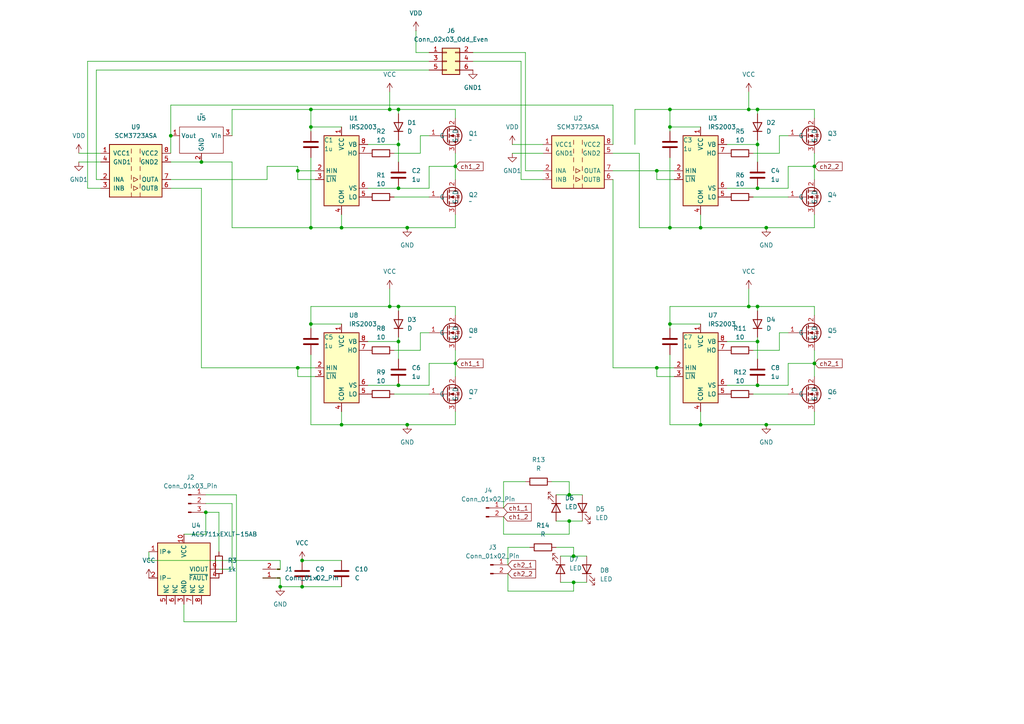
<source format=kicad_sch>
(kicad_sch (version 20250114) (generator "eeschema") (generator_version "9.0")
  (paper "A4")
  (lib_symbols
    (symbol "Connector:Conn_01x02_Pin" (pin_names (offset 1.016) (hide yes))
      (property "Reference" "J" (at 0 2.54 0))
      (property "Value" "Conn_01x02_Pin" (at 0 -5.08 0))
      (symbol "Conn_01x02_Pin_1_1"
        (rectangle (start 0.8636 0.127) (end 0 -0.127) (stroke (width 0.1524)) (fill (type outline)))
        (rectangle (start 0.8636 -2.413) (end 0 -2.667) (stroke (width 0.1524)) (fill (type outline)))
        (polyline (pts (xy 1.27 0) (xy 0.8636 0)) (stroke (width 0.1524)))
        (polyline (pts (xy 1.27 -2.54) (xy 0.8636 -2.54)) (stroke (width 0.1524)))
        (pin passive line (at 5.08 0 180) (length 3.81) (name "Pin_1") (number "1"))
        (pin passive line (at 5.08 -2.54 180) (length 3.81) (name "Pin_2") (number "2"))
      )
    )
    (symbol "Connector:Conn_01x03_Pin" (pin_names (offset 1.016) (hide yes))
      (property "Reference" "J" (at 0 5.08 0))
      (property "Value" "Conn_01x03_Pin" (at 0 -5.08 0))
      (symbol "Conn_01x03_Pin_1_1"
        (rectangle (start 0.8636 2.667) (end 0 2.413) (stroke (width 0.1524)) (fill (type outline)))
        (rectangle (start 0.8636 0.127) (end 0 -0.127) (stroke (width 0.1524)) (fill (type outline)))
        (rectangle (start 0.8636 -2.413) (end 0 -2.667) (stroke (width 0.1524)) (fill (type outline)))
        (polyline (pts (xy 1.27 2.54) (xy 0.8636 2.54)) (stroke (width 0.1524)))
        (polyline (pts (xy 1.27 0) (xy 0.8636 0)) (stroke (width 0.1524)))
        (polyline (pts (xy 1.27 -2.54) (xy 0.8636 -2.54)) (stroke (width 0.1524)))
        (pin passive line (at 5.08 2.54 180) (length 3.81) (name "Pin_1") (number "1"))
        (pin passive line (at 5.08 0 180) (length 3.81) (name "Pin_2") (number "2"))
        (pin passive line (at 5.08 -2.54 180) (length 3.81) (name "Pin_3") (number "3"))
      )
    )
    (symbol "Connector_Generic:Conn_02x03_Odd_Even" (pin_names (offset 1.016) (hide yes))
      (property "Reference" "J" (at 1.27 5.08 0))
      (property "Value" "Conn_02x03_Odd_Even" (at 1.27 -5.08 0))
      (symbol "Conn_02x03_Odd_Even_1_1"
        (rectangle (start -1.27 3.81) (end 3.81 -3.81) (stroke (width 0.254)) (fill (type background)))
        (rectangle (start -1.27 2.667) (end 0 2.413) (stroke (width 0.1524)))
        (rectangle (start -1.27 0.127) (end 0 -0.127) (stroke (width 0.1524)))
        (rectangle (start -1.27 -2.413) (end 0 -2.667) (stroke (width 0.1524)))
        (rectangle (start 3.81 2.667) (end 2.54 2.413) (stroke (width 0.1524)))
        (rectangle (start 3.81 0.127) (end 2.54 -0.127) (stroke (width 0.1524)))
        (rectangle (start 3.81 -2.413) (end 2.54 -2.667) (stroke (width 0.1524)))
        (pin passive line (at -5.08 2.54 0) (length 3.81) (name "Pin_1") (number "1"))
        (pin passive line (at -5.08 0 0) (length 3.81) (name "Pin_3") (number "3"))
        (pin passive line (at -5.08 -2.54 0) (length 3.81) (name "Pin_5") (number "5"))
        (pin passive line (at 7.62 2.54 180) (length 3.81) (name "Pin_2") (number "2"))
        (pin passive line (at 7.62 0 180) (length 3.81) (name "Pin_4") (number "4"))
        (pin passive line (at 7.62 -2.54 180) (length 3.81) (name "Pin_6") (number "6"))
      )
    )
    (symbol "Device:C" (pin_numbers (hide yes)) (pin_names (offset 0.254))
      (property "Reference" "C" (at 0.635 2.54 0))
      (property "Value" "C" (at 0.635 -2.54 0))
      (symbol "C_0_1"
        (polyline (pts (xy -2.032 0.762) (xy 2.032 0.762)) (stroke (width 0.508)))
        (polyline (pts (xy -2.032 -0.762) (xy 2.032 -0.762)) (stroke (width 0.508)))
      )
      (symbol "C_1_1"
        (pin passive line (at 0 3.81 270) (length 2.794) (name "~") (number "1"))
        (pin passive line (at 0 -3.81 90) (length 2.794) (name "~") (number "2"))
      )
    )
    (symbol "Device:D" (pin_numbers (hide yes)) (pin_names (offset 1.016) (hide yes))
      (property "Reference" "D" (at 0 2.54 0))
      (property "Value" "D" (at 0 -2.54 0))
      (symbol "D_0_1"
        (polyline (pts (xy -1.27 1.27) (xy -1.27 -1.27)) (stroke (width 0.254)))
        (polyline (pts (xy 1.27 1.27) (xy 1.27 -1.27) (xy -1.27 0) (xy 1.27 1.27)) (stroke (width 0.254)))
        (polyline (pts (xy 1.27 0) (xy -1.27 0)))
      )
      (symbol "D_1_1"
        (pin passive line (at -3.81 0 0) (length 2.54) (name "K") (number "1"))
        (pin passive line (at 3.81 0 180) (length 2.54) (name "A") (number "2"))
      )
    )
    (symbol "Device:LED" (pin_numbers (hide yes)) (pin_names (offset 1.016) (hide yes))
      (property "Reference" "D" (at 0 2.54 0))
      (property "Value" "LED" (at 0 -2.54 0))
      (symbol "LED_0_1"
        (polyline (pts (xy -3.048 -0.762) (xy -4.572 -2.286) (xy -3.81 -2.286) (xy -4.572 -2.286) (xy -4.572 -1.524)))
        (polyline (pts (xy -1.778 -0.762) (xy -3.302 -2.286) (xy -2.54 -2.286) (xy -3.302 -2.286) (xy -3.302 -1.524)))
        (polyline (pts (xy -1.27 0) (xy 1.27 0)))
        (polyline (pts (xy -1.27 -1.27) (xy -1.27 1.27)) (stroke (width 0.254)))
        (polyline (pts (xy 1.27 -1.27) (xy 1.27 1.27) (xy -1.27 0) (xy 1.27 -1.27)) (stroke (width 0.254)))
      )
      (symbol "LED_1_1"
        (pin passive line (at -3.81 0 0) (length 2.54) (name "K") (number "1"))
        (pin passive line (at 3.81 0 180) (length 2.54) (name "A") (number "2"))
      )
    )
    (symbol "Device:R" (pin_numbers (hide yes)) (pin_names (offset 0))
      (property "Reference" "R" (at 2.032 0 90))
      (property "Value" "R" (at 0 0 90))
      (symbol "R_0_1"
        (rectangle (start -1.016 -2.54) (end 1.016 2.54) (stroke (width 0.254)))
      )
      (symbol "R_1_1"
        (pin passive line (at 0 3.81 270) (length 1.27) (name "~") (number "1"))
        (pin passive line (at 0 -3.81 90) (length 1.27) (name "~") (number "2"))
      )
    )
    (symbol "Driver_FET:IRS2003"
      (property "Reference" "U" (at 1.27 13.335 0))
      (property "Value" "IRS2003" (at 1.27 11.43 0))
      (symbol "IRS2003_0_1"
        (rectangle (start -5.08 -10.16) (end 5.08 10.16) (stroke (width 0.254)) (fill (type background)))
      )
      (symbol "IRS2003_1_1"
        (pin input line (at -7.62 0 0) (length 2.54) (name "HIN") (number "2"))
        (pin input line (at -7.62 -2.54 0) (length 2.54) (name "~{LIN}") (number "3"))
        (pin power_in line (at 0 12.7 270) (length 2.54) (name "VCC") (number "1"))
        (pin power_in line (at 0 -12.7 90) (length 2.54) (name "COM") (number "4"))
        (pin passive line (at 7.62 7.62 180) (length 2.54) (name "VB") (number "8"))
        (pin output line (at 7.62 5.08 180) (length 2.54) (name "HO") (number "7"))
        (pin passive line (at 7.62 -5.08 180) (length 2.54) (name "VS") (number "6"))
        (pin output line (at 7.62 -7.62 180) (length 2.54) (name "LO") (number "5"))
      )
    )
    (symbol "Sensor_Current:ACS711xEXLT-15AB"
      (property "Reference" "U" (at 8.89 6.35 0))
      (property "Value" "ACS711xEXLT-15AB" (at 8.89 3.81 0))
      (symbol "ACS711xEXLT-15AB_0_1"
        (rectangle (start -7.62 7.62) (end 7.62 -7.62) (stroke (width 0.254)) (fill (type background)))
      )
      (symbol "ACS711xEXLT-15AB_1_1"
        (pin passive line (at -10.16 5.08 0) (length 2.54) (name "IP+") (number "1"))
        (pin passive line (at -10.16 -2.54 0) (length 2.54) (name "IP-") (number "2"))
        (pin passive line (at -5.08 -10.16 90) (length 2.54) (name "NC") (number "5"))
        (pin passive line (at -2.54 -10.16 90) (length 2.54) (name "NC") (number "6"))
        (pin power_in line (at 0 10.16 270) (length 2.54) (name "VCC") (number "10"))
        (pin power_in line (at 0 -10.16 90) (length 2.54) (name "GND") (number "3"))
        (pin passive line (at 2.54 -10.16 90) (length 2.54) (name "NC") (number "7"))
        (pin passive line (at 5.08 -10.16 90) (length 2.54) (name "NC") (number "8"))
        (pin output line (at 10.16 0 180) (length 2.54) (name "VIOUT") (number "9"))
        (pin output line (at 10.16 -2.54 180) (length 2.54) (name "~{FAULT}") (number "4"))
      )
    )
    (symbol "jisaku:NJM78L00SU3"
      (property "Reference" "U" (at 0 1.016 0))
      (symbol "NJM78L00SU3_0_1"
        (rectangle (start -6.35 2.54) (end 6.35 -5.08))
      )
      (symbol "NJM78L00SU3_1_1"
        (pin input line (at -8.89 0 0) (length 2.54) (name "Vin") (number "3"))
        (pin input line (at 0 -7.62 90) (length 2.54) (name "GND") (number "2"))
        (pin input line (at 8.89 0 180) (length 2.54) (name "Vout") (number "1"))
      )
    )
    (symbol "jisaku:RD3L07BBG"
      (property "Reference" "Q" (at 6.35 1.016 0))
      (symbol "RD3L07BBG_0_1"
        (polyline (pts (xy -1.016 1.905) (xy -1.016 -1.905)) (stroke (width 0.254)))
        (polyline (pts (xy -1.016 0) (xy -3.81 0)))
        (polyline (pts (xy -0.508 2.286) (xy -0.508 1.27)) (stroke (width 0.254)))
        (polyline (pts (xy -0.508 0.508) (xy -0.508 -0.508)) (stroke (width 0.254)))
        (polyline (pts (xy -0.508 -1.27) (xy -0.508 -2.286)) (stroke (width 0.254)))
        (polyline (pts (xy -0.508 -1.778) (xy 2.032 -1.778) (xy 2.032 1.778) (xy -0.508 1.778)))
        (polyline (pts (xy -0.254 0) (xy 0.762 0.381) (xy 0.762 -0.381) (xy -0.254 0)) (fill (type outline)))
        (circle (center 0.381 0) (radius 2.794) (stroke (width 0.254)))
        (polyline (pts (xy 1.27 2.54) (xy 1.27 1.778)))
        (circle (center 1.27 1.778) (radius 0.254) (fill (type outline)))
        (circle (center 1.27 -1.778) (radius 0.254) (fill (type outline)))
        (polyline (pts (xy 1.27 -2.54) (xy 1.27 0) (xy -0.508 0)))
        (polyline (pts (xy 1.524 0.508) (xy 1.651 0.381) (xy 2.413 0.381) (xy 2.54 0.254)))
        (polyline (pts (xy 2.032 0.381) (xy 1.651 -0.254) (xy 2.413 -0.254) (xy 2.032 0.381)))
      )
      (symbol "RD3L07BBG_1_1"
        (pin input line (at -6.35 0 0) (length 2.54) (name "G") (number "1"))
        (pin passive line (at 1.27 5.08 270) (length 2.54) (name "D") (number "2"))
        (pin passive line (at 1.27 -5.08 90) (length 2.54) (name "S") (number "3"))
      )
    )
    (symbol "jisaku:SCM3723ASA" (pin_names (offset 1.016))
      (property "Reference" "U" (at 0 10.795 0))
      (property "Value" "SCM3723ASA" (at 0 8.89 0))
      (symbol "SCM3723ASA_0_1"
        (rectangle (start -7.62 7.62) (end 7.62 -7.62) (stroke (width 0.254)) (fill (type background)))
        (polyline (pts (xy -1.27 6.35) (xy -1.27 5.08)))
        (polyline (pts (xy -1.27 3.81) (xy -1.27 2.54)))
        (polyline (pts (xy -1.27 1.27) (xy -1.27 0)))
        (polyline (pts (xy -1.27 -1.27) (xy -1.27 -2.54)))
        (polyline (pts (xy -1.27 -3.81) (xy -1.27 -5.08)))
        (polyline (pts (xy -1.27 -6.35) (xy -1.27 -7.62)))
        (polyline (pts (xy -0.635 -1.905) (xy -0.635 -3.175) (xy 0.635 -2.54) (xy -0.635 -1.905)))
        (polyline (pts (xy -0.635 -4.445) (xy -0.635 -5.715) (xy 0.635 -5.08) (xy -0.635 -4.445)))
        (polyline (pts (xy 1.27 6.35) (xy 1.27 5.08)))
        (polyline (pts (xy 1.27 3.81) (xy 1.27 2.54)))
        (polyline (pts (xy 1.27 1.27) (xy 1.27 0)))
        (polyline (pts (xy 1.27 -1.27) (xy 1.27 -2.54)))
        (polyline (pts (xy 1.27 -3.81) (xy 1.27 -5.08)))
        (polyline (pts (xy 1.27 -6.35) (xy 1.27 -7.62)))
      )
      (symbol "SCM3723ASA_1_1"
        (pin power_in line (at -10.16 5.08 0) (length 2.54) (name "VCC1") (number "1"))
        (pin power_in line (at -10.16 2.54 0) (length 2.54) (name "GND1") (number "4"))
        (pin input line (at -10.16 -2.54 0) (length 2.54) (name "INA") (number "2"))
        (pin input line (at -10.16 -5.08 0) (length 2.54) (name "INB") (number "3"))
        (pin power_in line (at 10.16 5.08 180) (length 2.54) (name "VCC2") (number "8"))
        (pin power_in line (at 10.16 2.54 180) (length 2.54) (name "GND2") (number "5"))
        (pin output line (at 10.16 -2.54 180) (length 2.54) (name "OUTA") (number "7"))
        (pin output line (at 10.16 -5.08 180) (length 2.54) (name "OUTB") (number "6"))
      )
    )
    (symbol "power:GND" (power) (pin_numbers (hide yes)) (pin_names (offset 0) (hide yes))
      (property "Value" "GND" (at 0 -3.81 0))
      (symbol "GND_0_1"
        (polyline (pts (xy 0 0) (xy 0 -1.27) (xy 1.27 -1.27) (xy 0 -2.54) (xy -1.27 -1.27) (xy 0 -1.27)))
      )
      (symbol "GND_1_1"
        (pin power_in line (at 0 0 270) (length 0) (name "~") (number "1"))
      )
    )
    (symbol "power:GND1" (power) (pin_numbers (hide yes)) (pin_names (offset 0) (hide yes))
      (property "Value" "GND1" (at 0 -3.81 0))
      (symbol "GND1_0_1"
        (polyline (pts (xy 0 0) (xy 0 -1.27) (xy 1.27 -1.27) (xy 0 -2.54) (xy -1.27 -1.27) (xy 0 -1.27)))
      )
      (symbol "GND1_1_1"
        (pin power_in line (at 0 0 270) (length 0) (name "~") (number "1"))
      )
    )
    (symbol "power:VCC" (power) (pin_numbers (hide yes)) (pin_names (offset 0) (hide yes))
      (property "Value" "VCC" (at 0 3.556 0))
      (symbol "VCC_0_1"
        (polyline (pts (xy -0.762 1.27) (xy 0 2.54)))
        (polyline (pts (xy 0 2.54) (xy 0.762 1.27)))
        (polyline (pts (xy 0 0) (xy 0 2.54)))
      )
      (symbol "VCC_1_1"
        (pin power_in line (at 0 0 90) (length 0) (name "~") (number "1"))
      )
    )
    (symbol "power:VDD" (power) (pin_numbers (hide yes)) (pin_names (offset 0) (hide yes))
      (property "Value" "VDD" (at 0 3.556 0))
      (symbol "VDD_0_1"
        (polyline (pts (xy -0.762 1.27) (xy 0 2.54)))
        (polyline (pts (xy 0 2.54) (xy 0.762 1.27)))
        (polyline (pts (xy 0 0) (xy 0 2.54)))
      )
      (symbol "VDD_1_1"
        (pin power_in line (at 0 0 90) (length 0) (name "~") (number "1"))
      )
    )
  )
  (junction (at 222.25 66.04))
  (junction (at 115.57 31.75))
  (junction (at 194.31 36.83))
  (junction (at 90.17 36.83))
  (junction (at 118.11 66.04))
  (junction (at 115.57 41.91))
  (junction (at 219.71 41.91))
  (junction (at 222.25 123.19))
  (junction (at 194.31 93.98))
  (junction (at 132.08 105.41))
  (junction (at 132.08 48.26))
  (junction (at 219.71 54.61))
  (junction (at 58.42 46.99))
  (junction (at 219.71 99.06))
  (junction (at 165.1 143.51))
  (junction (at 219.71 111.76))
  (junction (at 81.28 170.18))
  (junction (at 90.17 93.98))
  (junction (at 203.2 66.04))
  (junction (at 86.36 106.68))
  (junction (at 219.71 31.75))
  (junction (at 87.63 170.18))
  (junction (at 90.17 31.75))
  (junction (at 203.2 123.19))
  (junction (at 217.17 88.9))
  (junction (at 86.36 49.53))
  (junction (at 236.22 48.26))
  (junction (at 49.53 39.37))
  (junction (at 115.57 111.76))
  (junction (at 194.31 66.04))
  (junction (at 99.06 66.04))
  (junction (at 166.37 168.91))
  (junction (at 194.31 31.75))
  (junction (at 165.1 151.13))
  (junction (at 115.57 88.9))
  (junction (at 118.11 123.19))
  (junction (at 113.03 31.75))
  (junction (at 113.03 88.9))
  (junction (at 59.69 148.59))
  (junction (at 236.22 105.41))
  (junction (at 99.06 123.19))
  (junction (at 115.57 54.61))
  (junction (at 90.17 66.04))
  (junction (at 115.57 99.06))
  (junction (at 219.71 88.9))
  (junction (at 190.5 49.53))
  (junction (at 217.17 31.75))
  (junction (at 87.63 162.56))
  (junction (at 166.37 161.29))
  (junction (at 190.5 106.68))
  (wire (pts (xy 152.4 49.53) (xy 152.4 15.24)))
  (wire (pts (xy 22.86 46.99) (xy 29.21 46.99)))
  (wire (pts (xy 148.59 44.45) (xy 157.48 44.45)))
  (wire (pts (xy 219.71 88.9) (xy 236.22 88.9)))
  (wire (pts (xy 185.42 44.45) (xy 185.42 66.04)))
  (wire (pts (xy 68.58 180.34) (xy 53.34 180.34)))
  (wire (pts (xy 90.17 93.98) (xy 90.17 95.25)))
  (wire (pts (xy 177.8 52.07) (xy 177.8 106.68)))
  (wire (pts (xy 106.68 99.06) (xy 115.57 99.06)))
  (wire (pts (xy 147.32 158.75) (xy 153.67 158.75)))
  (wire (pts (xy 217.17 88.9) (xy 219.71 88.9)))
  (wire (pts (xy 81.28 167.64) (xy 81.28 170.18)))
  (wire (pts (xy 219.71 41.91) (xy 219.71 46.99)))
  (wire (pts (xy 177.8 41.91) (xy 177.8 30.48)))
  (wire (pts (xy 194.31 93.98) (xy 194.31 88.9)))
  (wire (pts (xy 53.34 180.34) (xy 53.34 175.26)))
  (wire (pts (xy 157.48 49.53) (xy 152.4 49.53)))
  (wire (pts (xy 161.29 158.75) (xy 166.37 158.75)))
  (wire (pts (xy 177.8 106.68) (xy 190.5 106.68)))
  (wire (pts (xy 166.37 161.29) (xy 170.18 161.29)))
  (wire (pts (xy 99.06 66.04) (xy 99.06 62.23)))
  (wire (pts (xy 203.2 123.19) (xy 203.2 119.38)))
  (wire (pts (xy 43.18 162.56) (xy 81.28 162.56)))
  (wire (pts (xy 190.5 106.68) (xy 195.58 106.68)))
  (wire (pts (xy 184.15 41.91) (xy 184.15 31.75)))
  (wire (pts (xy 236.22 31.75) (xy 236.22 34.29)))
  (wire (pts (xy 194.31 88.9) (xy 217.17 88.9)))
  (wire (pts (xy 162.56 161.29) (xy 166.37 161.29)))
  (wire (pts (xy 226.06 39.37) (xy 228.6 39.37)))
  (wire (pts (xy 210.82 111.76) (xy 219.71 111.76)))
  (wire (pts (xy 203.2 66.04) (xy 203.2 62.23)))
  (wire (pts (xy 151.13 17.78) (xy 151.13 52.07)))
  (wire (pts (xy 59.69 143.51) (xy 68.58 143.51)))
  (wire (pts (xy 190.5 49.53) (xy 190.5 52.07)))
  (wire (pts (xy 124.46 111.76) (xy 124.46 105.41)))
  (wire (pts (xy 49.53 39.37) (xy 49.53 44.45)))
  (wire (pts (xy 161.29 143.51) (xy 165.1 143.51)))
  (wire (pts (xy 236.22 105.41) (xy 236.22 109.22)))
  (wire (pts (xy 58.42 106.68) (xy 86.36 106.68)))
  (wire (pts (xy 132.08 66.04) (xy 118.11 66.04)))
  (wire (pts (xy 236.22 119.38) (xy 236.22 123.19)))
  (wire (pts (xy 63.5 148.59) (xy 63.5 160.02)))
  (wire (pts (xy 165.1 154.94) (xy 146.05 154.94)))
  (wire (pts (xy 67.31 31.75) (xy 67.31 39.37)))
  (wire (pts (xy 210.82 54.61) (xy 219.71 54.61)))
  (wire (pts (xy 113.03 88.9) (xy 113.03 83.82)))
  (wire (pts (xy 194.31 36.83) (xy 203.2 36.83)))
  (wire (pts (xy 58.42 106.68) (xy 58.42 54.61)))
  (wire (pts (xy 90.17 93.98) (xy 99.06 93.98)))
  (wire (pts (xy 90.17 93.98) (xy 90.17 88.9)))
  (wire (pts (xy 90.17 36.83) (xy 90.17 38.1)))
  (wire (pts (xy 106.68 54.61) (xy 115.57 54.61)))
  (wire (pts (xy 219.71 33.02) (xy 219.71 31.75)))
  (wire (pts (xy 165.1 139.7) (xy 165.1 143.51)))
  (wire (pts (xy 77.47 52.07) (xy 77.47 48.26)))
  (wire (pts (xy 87.63 170.18) (xy 99.06 170.18)))
  (wire (pts (xy 217.17 31.75) (xy 219.71 31.75)))
  (wire (pts (xy 228.6 111.76) (xy 228.6 105.41)))
  (wire (pts (xy 236.22 62.23) (xy 236.22 66.04)))
  (wire (pts (xy 236.22 48.26) (xy 236.22 52.07)))
  (wire (pts (xy 115.57 31.75) (xy 132.08 31.75)))
  (wire (pts (xy 124.46 20.32) (xy 27.94 20.32)))
  (wire (pts (xy 194.31 66.04) (xy 203.2 66.04)))
  (wire (pts (xy 120.65 15.24) (xy 124.46 15.24)))
  (wire (pts (xy 118.11 123.19) (xy 99.06 123.19)))
  (wire (pts (xy 194.31 36.83) (xy 194.31 38.1)))
  (wire (pts (xy 90.17 36.83) (xy 90.17 31.75)))
  (wire (pts (xy 86.36 106.68) (xy 86.36 109.22)))
  (wire (pts (xy 25.4 17.78) (xy 124.46 17.78)))
  (wire (pts (xy 115.57 111.76) (xy 124.46 111.76)))
  (wire (pts (xy 115.57 40.64) (xy 115.57 41.91)))
  (wire (pts (xy 218.44 101.6) (xy 226.06 101.6)))
  (wire (pts (xy 67.31 146.05) (xy 67.31 165.1)))
  (wire (pts (xy 86.36 52.07) (xy 91.44 52.07)))
  (wire (pts (xy 59.69 154.94) (xy 53.34 154.94)))
  (wire (pts (xy 113.03 31.75) (xy 113.03 26.67)))
  (wire (pts (xy 58.42 54.61) (xy 49.53 54.61)))
  (wire (pts (xy 194.31 93.98) (xy 203.2 93.98)))
  (wire (pts (xy 121.92 39.37) (xy 124.46 39.37)))
  (wire (pts (xy 86.36 48.26) (xy 86.36 49.53)))
  (wire (pts (xy 165.1 151.13) (xy 165.1 154.94)))
  (wire (pts (xy 236.22 88.9) (xy 236.22 91.44)))
  (wire (pts (xy 219.71 40.64) (xy 219.71 41.91)))
  (wire (pts (xy 68.58 143.51) (xy 68.58 180.34)))
  (wire (pts (xy 226.06 96.52) (xy 226.06 101.6)))
  (wire (pts (xy 161.29 151.13) (xy 165.1 151.13)))
  (wire (pts (xy 162.56 168.91) (xy 166.37 168.91)))
  (wire (pts (xy 219.71 111.76) (xy 228.6 111.76)))
  (wire (pts (xy 27.94 52.07) (xy 29.21 52.07)))
  (wire (pts (xy 222.25 66.04) (xy 203.2 66.04)))
  (wire (pts (xy 236.22 101.6) (xy 236.22 105.41)))
  (wire (pts (xy 190.5 52.07) (xy 195.58 52.07)))
  (wire (pts (xy 124.46 48.26) (xy 132.08 48.26)))
  (wire (pts (xy 177.8 44.45) (xy 185.42 44.45)))
  (wire (pts (xy 121.92 39.37) (xy 121.92 44.45)))
  (wire (pts (xy 228.6 48.26) (xy 236.22 48.26)))
  (wire (pts (xy 147.32 163.83) (xy 147.32 158.75)))
  (wire (pts (xy 132.08 119.38) (xy 132.08 123.19)))
  (wire (pts (xy 236.22 44.45) (xy 236.22 48.26)))
  (wire (pts (xy 106.68 41.91) (xy 115.57 41.91)))
  (wire (pts (xy 219.71 97.79) (xy 219.71 99.06)))
  (wire (pts (xy 194.31 31.75) (xy 217.17 31.75)))
  (wire (pts (xy 67.31 165.1) (xy 63.5 165.1)))
  (wire (pts (xy 132.08 105.41) (xy 132.08 109.22)))
  (wire (pts (xy 77.47 48.26) (xy 86.36 48.26)))
  (wire (pts (xy 148.59 41.91) (xy 157.48 41.91)))
  (wire (pts (xy 81.28 162.56) (xy 81.28 165.1)))
  (wire (pts (xy 147.32 171.45) (xy 147.32 166.37)))
  (wire (pts (xy 210.82 41.91) (xy 219.71 41.91)))
  (wire (pts (xy 160.02 139.7) (xy 165.1 139.7)))
  (wire (pts (xy 49.53 30.48) (xy 49.53 39.37)))
  (wire (pts (xy 25.4 54.61) (xy 25.4 17.78)))
  (wire (pts (xy 22.86 44.45) (xy 29.21 44.45)))
  (wire (pts (xy 194.31 36.83) (xy 194.31 31.75)))
  (wire (pts (xy 76.2 165.1) (xy 81.28 165.1)))
  (wire (pts (xy 115.57 41.91) (xy 115.57 46.99)))
  (wire (pts (xy 132.08 88.9) (xy 132.08 91.44)))
  (wire (pts (xy 59.69 146.05) (xy 67.31 146.05)))
  (wire (pts (xy 86.36 49.53) (xy 86.36 52.07)))
  (wire (pts (xy 194.31 102.87) (xy 194.31 123.19)))
  (wire (pts (xy 115.57 33.02) (xy 115.57 31.75)))
  (wire (pts (xy 132.08 44.45) (xy 132.08 48.26)))
  (wire (pts (xy 177.8 49.53) (xy 190.5 49.53)))
  (wire (pts (xy 114.3 101.6) (xy 121.92 101.6)))
  (wire (pts (xy 90.17 88.9) (xy 113.03 88.9)))
  (wire (pts (xy 114.3 57.15) (xy 124.46 57.15)))
  (wire (pts (xy 228.6 54.61) (xy 228.6 48.26)))
  (wire (pts (xy 132.08 31.75) (xy 132.08 34.29)))
  (wire (pts (xy 49.53 52.07) (xy 77.47 52.07)))
  (wire (pts (xy 115.57 88.9) (xy 132.08 88.9)))
  (wire (pts (xy 194.31 93.98) (xy 194.31 95.25)))
  (wire (pts (xy 90.17 31.75) (xy 113.03 31.75)))
  (wire (pts (xy 58.42 46.99) (xy 67.31 46.99)))
  (wire (pts (xy 90.17 66.04) (xy 99.06 66.04)))
  (wire (pts (xy 115.57 99.06) (xy 115.57 104.14)))
  (wire (pts (xy 210.82 99.06) (xy 219.71 99.06)))
  (wire (pts (xy 219.71 31.75) (xy 236.22 31.75)))
  (wire (pts (xy 43.18 160.02) (xy 43.18 162.56)))
  (wire (pts (xy 222.25 123.19) (xy 203.2 123.19)))
  (wire (pts (xy 67.31 66.04) (xy 90.17 66.04)))
  (wire (pts (xy 115.57 54.61) (xy 124.46 54.61)))
  (wire (pts (xy 217.17 31.75) (xy 217.17 26.67)))
  (wire (pts (xy 59.69 148.59) (xy 59.69 154.94)))
  (wire (pts (xy 67.31 46.99) (xy 67.31 66.04)))
  (wire (pts (xy 124.46 54.61) (xy 124.46 48.26)))
  (wire (pts (xy 177.8 30.48) (xy 49.53 30.48)))
  (wire (pts (xy 194.31 45.72) (xy 194.31 66.04)))
  (wire (pts (xy 190.5 109.22) (xy 195.58 109.22)))
  (wire (pts (xy 226.06 96.52) (xy 228.6 96.52)))
  (wire (pts (xy 81.28 170.18) (xy 87.63 170.18)))
  (wire (pts (xy 59.69 148.59) (xy 63.5 148.59)))
  (wire (pts (xy 218.44 57.15) (xy 228.6 57.15)))
  (wire (pts (xy 49.53 46.99) (xy 58.42 46.99)))
  (wire (pts (xy 218.44 114.3) (xy 228.6 114.3)))
  (wire (pts (xy 151.13 52.07) (xy 157.48 52.07)))
  (wire (pts (xy 190.5 49.53) (xy 195.58 49.53)))
  (wire (pts (xy 219.71 99.06) (xy 219.71 104.14)))
  (wire (pts (xy 166.37 168.91) (xy 166.37 171.45)))
  (wire (pts (xy 132.08 101.6) (xy 132.08 105.41)))
  (wire (pts (xy 132.08 123.19) (xy 118.11 123.19)))
  (wire (pts (xy 115.57 90.17) (xy 115.57 88.9)))
  (wire (pts (xy 137.16 15.24) (xy 152.4 15.24)))
  (wire (pts (xy 106.68 111.76) (xy 115.57 111.76)))
  (wire (pts (xy 29.21 54.61) (xy 25.4 54.61)))
  (wire (pts (xy 121.92 96.52) (xy 121.92 101.6)))
  (wire (pts (xy 236.22 66.04) (xy 222.25 66.04)))
  (wire (pts (xy 226.06 39.37) (xy 226.06 44.45)))
  (wire (pts (xy 76.2 167.64) (xy 81.28 167.64)))
  (wire (pts (xy 120.65 8.89) (xy 120.65 15.24)))
  (wire (pts (xy 90.17 36.83) (xy 99.06 36.83)))
  (wire (pts (xy 217.17 88.9) (xy 217.17 83.82)))
  (wire (pts (xy 165.1 151.13) (xy 168.91 151.13)))
  (wire (pts (xy 86.36 109.22) (xy 91.44 109.22)))
  (wire (pts (xy 219.71 54.61) (xy 228.6 54.61)))
  (wire (pts (xy 113.03 31.75) (xy 115.57 31.75)))
  (wire (pts (xy 132.08 48.26) (xy 132.08 52.07)))
  (wire (pts (xy 121.92 96.52) (xy 124.46 96.52)))
  (wire (pts (xy 166.37 168.91) (xy 170.18 168.91)))
  (wire (pts (xy 124.46 105.41) (xy 132.08 105.41)))
  (wire (pts (xy 86.36 49.53) (xy 91.44 49.53)))
  (wire (pts (xy 184.15 31.75) (xy 194.31 31.75)))
  (wire (pts (xy 146.05 149.86) (xy 146.05 154.94)))
  (wire (pts (xy 166.37 171.45) (xy 147.32 171.45)))
  (wire (pts (xy 236.22 123.19) (xy 222.25 123.19)))
  (wire (pts (xy 146.05 139.7) (xy 152.4 139.7)))
  (wire (pts (xy 99.06 123.19) (xy 99.06 119.38)))
  (wire (pts (xy 218.44 44.45) (xy 226.06 44.45)))
  (wire (pts (xy 219.71 90.17) (xy 219.71 88.9)))
  (wire (pts (xy 27.94 20.32) (xy 27.94 52.07)))
  (wire (pts (xy 90.17 102.87) (xy 90.17 123.19)))
  (wire (pts (xy 114.3 114.3) (xy 124.46 114.3)))
  (wire (pts (xy 113.03 88.9) (xy 115.57 88.9)))
  (wire (pts (xy 67.31 31.75) (xy 90.17 31.75)))
  (wire (pts (xy 87.63 162.56) (xy 99.06 162.56)))
  (wire (pts (xy 132.08 62.23) (xy 132.08 66.04)))
  (wire (pts (xy 194.31 123.19) (xy 203.2 123.19)))
  (wire (pts (xy 114.3 44.45) (xy 121.92 44.45)))
  (wire (pts (xy 86.36 106.68) (xy 91.44 106.68)))
  (wire (pts (xy 190.5 106.68) (xy 190.5 109.22)))
  (wire (pts (xy 228.6 105.41) (xy 236.22 105.41)))
  (wire (pts (xy 166.37 158.75) (xy 166.37 161.29)))
  (wire (pts (xy 90.17 45.72) (xy 90.17 66.04)))
  (wire (pts (xy 115.57 97.79) (xy 115.57 99.06)))
  (wire (pts (xy 90.17 123.19) (xy 99.06 123.19)))
  (wire (pts (xy 137.16 17.78) (xy 151.13 17.78)))
  (wire (pts (xy 118.11 66.04) (xy 99.06 66.04)))
  (wire (pts (xy 165.1 143.51) (xy 168.91 143.51)))
  (wire (pts (xy 185.42 66.04) (xy 194.31 66.04)))
  (wire (pts (xy 146.05 147.32) (xy 146.05 139.7)))
  (global_label "ch2_1" (shape input) (at 236.22 105.41 0) (property "Intersheetrefs" "${INTERSHEET_REFS}" (effects (hide yes))))
  (global_label "ch1_1" (shape input) (at 146.05 147.32 0) (property "Intersheetrefs" "${INTERSHEET_REFS}" (effects (hide yes))))
  (global_label "ch2_2" (shape input) (at 236.22 48.26 0) (property "Intersheetrefs" "${INTERSHEET_REFS}" (effects (hide yes))))
  (global_label "ch2_1" (shape input) (at 147.32 163.83 0) (property "Intersheetrefs" "${INTERSHEET_REFS}" (effects (hide yes))))
  (global_label "ch1_1" (shape input) (at 132.08 105.41 0) (property "Intersheetrefs" "${INTERSHEET_REFS}" (effects (hide yes))))
  (global_label "ch1_2" (shape input) (at 146.05 149.86 0) (property "Intersheetrefs" "${INTERSHEET_REFS}" (effects (hide yes))))
  (global_label "ch2_2" (shape input) (at 147.32 166.37 0) (property "Intersheetrefs" "${INTERSHEET_REFS}" (effects (hide yes))))
  (global_label "ch1_2" (shape input) (at 132.08 48.26 0) (property "Intersheetrefs" "${INTERSHEET_REFS}" (effects (hide yes))))
  (symbol (lib_id "Device:R") (at 214.63 114.3 90) (unit 1)
    (property "Reference" "R12" (at 214.63 107.95 90))
    (property "Value" "10" (at 214.63 110.49 90))
    (property "Footprint" "Resistor_SMD:R_0603_1608Metric_Pad0.98x0.95mm_HandSolder" (effects (hide yes)))
    (property "Description" "Resistor" (effects (hide yes)))
  )
  (symbol (lib_id "Driver_FET:IRS2003") (at 203.2 49.53 0) (unit 1)
    (property "Reference" "U3" (at 205.3433 34.29 0) (effects (justify left)))
    (property "Value" "IRS2003" (at 205.3433 36.83 0) (effects (justify left)))
    (property "Footprint" "Package_SO:SOIC-8_3.9x4.9mm_P1.27mm" (effects (hide yes)))
    (property "Datasheet" "https://www.infineon.com/dgdl/irs2003pbf.pdf?fileId=5546d462533600a401535675afec2780" (effects (hide yes)))
    (property "Description" "Half-Bridge Driver, 200V, 290/600mA, PDIP-8/SOIC-8" (effects (hide yes)))
  )
  (symbol (lib_id "Device:R") (at 110.49 57.15 90) (unit 1)
    (property "Reference" "R1" (at 110.49 50.8 90))
    (property "Value" "10" (at 110.49 53.34 90))
    (property "Footprint" "Resistor_SMD:R_0603_1608Metric_Pad0.98x0.95mm_HandSolder" (effects (hide yes)))
    (property "Description" "Resistor" (effects (hide yes)))
  )
  (symbol (lib_id "power:GND1") (at 22.86 46.99 0) (unit 1)
    (property "Reference" "#PWR016" (effects (hide yes)))
    (property "Value" "GND1" (at 22.86 52.07 0))
    (property "Description" "Power symbol creates a global label with name \"GND1\" , ground" (effects (hide yes)))
  )
  (symbol (lib_id "jisaku:SCM3723ASA") (at 39.37 49.53 0) (unit 1)
    (property "Reference" "U9" (at 39.37 36.83 0))
    (property "Value" "SCM3723ASA" (at 39.37 39.37 0))
    (property "Footprint" "Package_SO:SOIC-8_3.9x4.9mm_P1.27mm" (effects (hide yes)))
    (property "Datasheet" "http://www.ti.com/general/docs/lit/getliterature.tsp?genericPartNumber=iso7320c&fileType=pdf" (effects (hide yes)))
    (property "Description" "Low Power Dual-Channel 2/0 Digital Isolator, 25Mbps 33ns, Fail-Safe High, SO8" (effects (hide yes)))
  )
  (symbol (lib_id "Device:R") (at 214.63 57.15 90) (unit 1)
    (property "Reference" "R6" (at 214.63 50.8 90))
    (property "Value" "10" (at 214.63 53.34 90))
    (property "Footprint" "Resistor_SMD:R_0603_1608Metric_Pad0.98x0.95mm_HandSolder" (effects (hide yes)))
    (property "Description" "Resistor" (effects (hide yes)))
  )
  (symbol (lib_id "power:VCC") (at 217.17 83.82 0) (unit 1)
    (property "Reference" "#PWR011" (effects (hide yes)))
    (property "Value" "VCC" (at 217.17 78.74 0))
    (property "Description" "Power symbol creates a global label with name \"VCC\"" (effects (hide yes)))
  )
  (symbol (lib_id "Device:D") (at 219.71 93.98 90) (unit 1)
    (property "Reference" "D4" (at 222.25 92.7099 90) (effects (justify right)))
    (property "Value" "D" (at 222.25 95.2499 90) (effects (justify right)))
    (property "Footprint" "Diode_SMD:D_SOD-323F" (effects (hide yes)))
    (property "Description" "Diode" (effects (hide yes)))
    (property "Sim.Device" "D" (effects (hide yes)))
    (property "Sim.Pins" "1=K 2=A" (effects (hide yes)))
  )
  (symbol (lib_id "Connector:Conn_01x02_Pin") (at 142.24 163.83 0) (unit 1)
    (property "Reference" "J3" (at 142.875 158.75 0))
    (property "Value" "Conn_01x02_Pin" (at 142.875 161.29 0))
    (property "Footprint" "Connector_AMASS:AMASS_XT30PW-M_1x02_P2.50mm_Horizontal" (effects (hide yes)))
    (property "Description" "Generic connector, single row, 01x02, script generated" (effects (hide yes)))
  )
  (symbol (lib_id "Device:R") (at 110.49 114.3 90) (unit 1)
    (property "Reference" "R9" (at 110.49 107.95 90))
    (property "Value" "10" (at 110.49 110.49 90))
    (property "Footprint" "Resistor_SMD:R_0603_1608Metric_Pad0.98x0.95mm_HandSolder" (effects (hide yes)))
    (property "Description" "Resistor" (effects (hide yes)))
  )
  (symbol (lib_id "Device:C") (at 194.31 99.06 0) (unit 1)
    (property "Reference" "C7" (at 198.12 97.7899 0) (effects (justify left)))
    (property "Value" "1u" (at 198.12 100.3299 0) (effects (justify left)))
    (property "Footprint" "Capacitor_SMD:C_0603_1608Metric" (effects (hide yes)))
    (property "Description" "Unpolarized capacitor" (effects (hide yes)))
  )
  (symbol (lib_id "Driver_FET:IRS2003") (at 203.2 106.68 0) (unit 1)
    (property "Reference" "U7" (at 205.3433 91.44 0) (effects (justify left)))
    (property "Value" "IRS2003" (at 205.3433 93.98 0) (effects (justify left)))
    (property "Footprint" "Package_SO:SOIC-8_3.9x4.9mm_P1.27mm" (effects (hide yes)))
    (property "Datasheet" "https://www.infineon.com/dgdl/irs2003pbf.pdf?fileId=5546d462533600a401535675afec2780" (effects (hide yes)))
    (property "Description" "Half-Bridge Driver, 200V, 290/600mA, PDIP-8/SOIC-8" (effects (hide yes)))
  )
  (symbol (lib_id "power:GND") (at 81.28 170.18 0) (unit 1)
    (property "Reference" "#PWR014" (effects (hide yes)))
    (property "Value" "GND" (at 81.28 175.26 0))
    (property "Description" "Power symbol creates a global label with name \"GND\" , ground" (effects (hide yes)))
  )
  (symbol (lib_id "Device:LED") (at 161.29 147.32 270) (unit 1)
    (property "Reference" "D6" (at 163.83 144.4624 90) (effects (justify left)))
    (property "Value" "LED" (at 163.83 147.0024 90) (effects (justify left)))
    (property "Footprint" "LED_SMD:LED_0603_1608Metric_Pad1.05x0.95mm_HandSolder" (effects (hide yes)))
    (property "Description" "Light emitting diode" (effects (hide yes)))
    (property "Sim.Pins" "1=K 2=A" (effects (hide yes)))
  )
  (symbol (lib_id "Device:LED") (at 170.18 165.1 90) (unit 1)
    (property "Reference" "D8" (at 173.99 165.4174 90) (effects (justify right)))
    (property "Value" "LED" (at 173.99 167.9574 90) (effects (justify right)))
    (property "Footprint" "LED_SMD:LED_0603_1608Metric_Pad1.05x0.95mm_HandSolder" (effects (hide yes)))
    (property "Description" "Light emitting diode" (effects (hide yes)))
    (property "Sim.Pins" "1=K 2=A" (effects (hide yes)))
  )
  (symbol (lib_id "Device:D") (at 115.57 36.83 90) (unit 1)
    (property "Reference" "D1" (at 118.11 35.5599 90) (effects (justify right)))
    (property "Value" "D" (at 118.11 38.0999 90) (effects (justify right)))
    (property "Footprint" "Diode_SMD:D_SOD-323F" (effects (hide yes)))
    (property "Description" "Diode" (effects (hide yes)))
    (property "Sim.Device" "D" (effects (hide yes)))
    (property "Sim.Pins" "1=K 2=A" (effects (hide yes)))
  )
  (symbol (lib_id "jisaku:RD3L07BBG") (at 130.81 57.15 0) (unit 1)
    (property "Reference" "Q2" (at 135.89 56.5149 0) (effects (justify left)))
    (property "Value" "~" (at 135.89 58.42 0) (effects (justify left)))
    (property "Footprint" "jisaku:RD3L07BBG" (effects (hide yes)))
  )
  (symbol (lib_id "Driver_FET:IRS2003") (at 99.06 49.53 0) (unit 1)
    (property "Reference" "U1" (at 101.2033 34.29 0) (effects (justify left)))
    (property "Value" "IRS2003" (at 101.2033 36.83 0) (effects (justify left)))
    (property "Footprint" "Package_SO:SOIC-8_3.9x4.9mm_P1.27mm" (effects (hide yes)))
    (property "Datasheet" "https://www.infineon.com/dgdl/irs2003pbf.pdf?fileId=5546d462533600a401535675afec2780" (effects (hide yes)))
    (property "Description" "Half-Bridge Driver, 200V, 290/600mA, PDIP-8/SOIC-8" (effects (hide yes)))
  )
  (symbol (lib_id "power:VDD") (at 22.86 44.45 0) (unit 1)
    (property "Reference" "#PWR09" (effects (hide yes)))
    (property "Value" "VDD" (at 22.86 39.37 0))
    (property "Description" "Power symbol creates a global label with name \"VDD\"" (effects (hide yes)))
  )
  (symbol (lib_id "jisaku:RD3L07BBG") (at 130.81 39.37 0) (unit 1)
    (property "Reference" "Q1" (at 135.89 38.7349 0) (effects (justify left)))
    (property "Value" "~" (at 135.89 40.64 0) (effects (justify left)))
    (property "Footprint" "jisaku:RD3L07BBG" (effects (hide yes)))
  )
  (symbol (lib_id "Device:LED") (at 168.91 147.32 90) (unit 1)
    (property "Reference" "D5" (at 172.72 147.6374 90) (effects (justify right)))
    (property "Value" "LED" (at 172.72 150.1774 90) (effects (justify right)))
    (property "Footprint" "LED_SMD:LED_0603_1608Metric_Pad1.05x0.95mm_HandSolder" (effects (hide yes)))
    (property "Description" "Light emitting diode" (effects (hide yes)))
    (property "Sim.Pins" "1=K 2=A" (effects (hide yes)))
  )
  (symbol (lib_id "Device:R") (at 214.63 101.6 90) (unit 1)
    (property "Reference" "R11" (at 214.63 95.25 90))
    (property "Value" "10" (at 214.63 97.79 90))
    (property "Footprint" "Resistor_SMD:R_0603_1608Metric_Pad0.98x0.95mm_HandSolder" (effects (hide yes)))
    (property "Description" "Resistor" (effects (hide yes)))
  )
  (symbol (lib_id "jisaku:RD3L07BBG") (at 130.81 114.3 0) (unit 1)
    (property "Reference" "Q7" (at 135.89 113.6649 0) (effects (justify left)))
    (property "Value" "~" (at 135.89 115.57 0) (effects (justify left)))
    (property "Footprint" "jisaku:RD3L07BBG" (effects (hide yes)))
  )
  (symbol (lib_id "power:GND") (at 118.11 123.19 0) (unit 1)
    (property "Reference" "#PWR08" (effects (hide yes)))
    (property "Value" "GND" (at 118.11 128.27 0))
    (property "Description" "Power symbol creates a global label with name \"GND\" , ground" (effects (hide yes)))
  )
  (symbol (lib_id "Driver_FET:IRS2003") (at 99.06 106.68 0) (unit 1)
    (property "Reference" "U8" (at 101.2033 91.44 0) (effects (justify left)))
    (property "Value" "IRS2003" (at 101.2033 93.98 0) (effects (justify left)))
    (property "Footprint" "Package_SO:SOIC-8_3.9x4.9mm_P1.27mm" (effects (hide yes)))
    (property "Datasheet" "https://www.infineon.com/dgdl/irs2003pbf.pdf?fileId=5546d462533600a401535675afec2780" (effects (hide yes)))
    (property "Description" "Half-Bridge Driver, 200V, 290/600mA, PDIP-8/SOIC-8" (effects (hide yes)))
  )
  (symbol (lib_id "Device:D") (at 115.57 93.98 90) (unit 1)
    (property "Reference" "D3" (at 118.11 92.7099 90) (effects (justify right)))
    (property "Value" "D" (at 118.11 95.2499 90) (effects (justify right)))
    (property "Footprint" "Diode_SMD:D_SOD-323F" (effects (hide yes)))
    (property "Description" "Diode" (effects (hide yes)))
    (property "Sim.Device" "D" (effects (hide yes)))
    (property "Sim.Pins" "1=K 2=A" (effects (hide yes)))
  )
  (symbol (lib_id "power:VCC") (at 113.03 26.67 0) (unit 1)
    (property "Reference" "#PWR02" (effects (hide yes)))
    (property "Value" "VCC" (at 113.03 21.59 0))
    (property "Description" "Power symbol creates a global label with name \"VCC\"" (effects (hide yes)))
  )
  (symbol (lib_id "power:VCC") (at 113.03 83.82 0) (unit 1)
    (property "Reference" "#PWR07" (effects (hide yes)))
    (property "Value" "VCC" (at 113.03 78.74 0))
    (property "Description" "Power symbol creates a global label with name \"VCC\"" (effects (hide yes)))
  )
  (symbol (lib_id "Device:R") (at 156.21 139.7 90) (unit 1)
    (property "Reference" "R13" (at 156.21 133.35 90))
    (property "Value" "R" (at 156.21 135.89 90))
    (property "Footprint" "Resistor_SMD:R_0603_1608Metric_Pad0.98x0.95mm_HandSolder" (effects (hide yes)))
    (property "Description" "Resistor" (effects (hide yes)))
  )
  (symbol (lib_id "power:GND") (at 222.25 123.19 0) (unit 1)
    (property "Reference" "#PWR012" (effects (hide yes)))
    (property "Value" "GND" (at 222.25 128.27 0))
    (property "Description" "Power symbol creates a global label with name \"GND\" , ground" (effects (hide yes)))
  )
  (symbol (lib_id "jisaku:RD3L07BBG") (at 234.95 39.37 0) (unit 1)
    (property "Reference" "Q3" (at 240.03 38.7349 0) (effects (justify left)))
    (property "Value" "~" (at 240.03 40.64 0) (effects (justify left)))
    (property "Footprint" "jisaku:RD3L07BBG" (effects (hide yes)))
  )
  (symbol (lib_id "Device:C") (at 115.57 107.95 0) (unit 1)
    (property "Reference" "C6" (at 119.38 106.6799 0) (effects (justify left)))
    (property "Value" "1u" (at 119.38 109.2199 0) (effects (justify left)))
    (property "Footprint" "Capacitor_SMD:C_0603_1608Metric" (effects (hide yes)))
    (property "Description" "Unpolarized capacitor" (effects (hide yes)))
  )
  (symbol (lib_id "Device:R") (at 63.5 163.83 0) (unit 1)
    (property "Reference" "R3" (at 66.04 162.5599 0) (effects (justify left)))
    (property "Value" "1k" (at 66.04 165.0999 0) (effects (justify left)))
    (property "Description" "Resistor" (effects (hide yes)))
  )
  (symbol (lib_id "Connector:Conn_01x02_Pin") (at 140.97 147.32 0) (unit 1)
    (property "Reference" "J4" (at 141.605 142.24 0))
    (property "Value" "Conn_01x02_Pin" (at 141.605 144.78 0))
    (property "Footprint" "Connector_AMASS:AMASS_XT30PW-M_1x02_P2.50mm_Horizontal" (effects (hide yes)))
    (property "Description" "Generic connector, single row, 01x02, script generated" (effects (hide yes)))
  )
  (symbol (lib_id "jisaku:RD3L07BBG") (at 234.95 114.3 0) (unit 1)
    (property "Reference" "Q6" (at 240.03 113.6649 0) (effects (justify left)))
    (property "Value" "~" (at 240.03 115.57 0) (effects (justify left)))
    (property "Footprint" "jisaku:RD3L07BBG" (effects (hide yes)))
  )
  (symbol (lib_id "power:VCC") (at 87.63 162.56 0) (unit 1)
    (property "Reference" "#PWR013" (effects (hide yes)))
    (property "Value" "VCC" (at 87.63 157.48 0))
    (property "Description" "Power symbol creates a global label with name \"VCC\"" (effects (hide yes)))
  )
  (symbol (lib_id "Device:C") (at 87.63 166.37 0) (unit 1)
    (property "Reference" "C9" (at 91.44 165.0999 0) (effects (justify left)))
    (property "Value" "C" (at 91.44 167.6399 0) (effects (justify left)))
    (property "Footprint" "Capacitor_SMD:C_Elec_10x10.2" (effects (hide yes)))
    (property "Description" "Unpolarized capacitor" (effects (hide yes)))
  )
  (symbol (lib_id "Device:C") (at 90.17 41.91 0) (unit 1)
    (property "Reference" "C1" (at 93.98 40.6399 0) (effects (justify left)))
    (property "Value" "1u" (at 93.98 43.1799 0) (effects (justify left)))
    (property "Footprint" "Capacitor_SMD:C_0603_1608Metric" (effects (hide yes)))
    (property "Description" "Unpolarized capacitor" (effects (hide yes)))
  )
  (symbol (lib_id "power:VDD") (at 148.59 41.91 0) (unit 1)
    (property "Reference" "#PWR06" (effects (hide yes)))
    (property "Value" "VDD" (at 148.59 36.83 0))
    (property "Description" "Power symbol creates a global label with name \"VDD\"" (effects (hide yes)))
  )
  (symbol (lib_id "Connector:Conn_01x02_Pin") (at 81.28 167.64 180) (unit 1)
    (property "Reference" "J1" (at 82.55 165.0999 0) (effects (justify right)))
    (property "Value" "Conn_01x02_Pin" (at 82.55 167.6399 0) (effects (justify right)))
    (property "Footprint" "Connector_AMASS:AMASS_XT30PW-M_1x02_P2.50mm_Horizontal" (effects (hide yes)))
    (property "Description" "Generic connector, single row, 01x02, script generated" (effects (hide yes)))
  )
  (symbol (lib_id "jisaku:SCM3723ASA") (at 167.64 46.99 0) (unit 1)
    (property "Reference" "U2" (at 167.64 34.29 0))
    (property "Value" "SCM3723ASA" (at 167.64 36.83 0))
    (property "Footprint" "Package_SO:SOIC-8_3.9x4.9mm_P1.27mm" (effects (hide yes)))
    (property "Datasheet" "http://www.ti.com/general/docs/lit/getliterature.tsp?genericPartNumber=iso7320c&fileType=pdf" (effects (hide yes)))
    (property "Description" "Low Power Dual-Channel 2/0 Digital Isolator, 25Mbps 33ns, Fail-Safe High, SO8" (effects (hide yes)))
  )
  (symbol (lib_id "Sensor_Current:ACS711xEXLT-15AB") (at 53.34 165.1 0) (unit 1)
    (property "Reference" "U4" (at 55.4833 152.4 0) (effects (justify left)))
    (property "Value" "ACS711xEXLT-15AB" (at 55.4833 154.94 0) (effects (justify left)))
    (property "Footprint" "Sensor_Current:Allegro_QFN-12-10-1EP_3x3mm_P0.5mm" (effects (hide yes)))
    (property "Datasheet" "http://www.allegromicro.com/~/Media/Files/Datasheets/ACS711-Datasheet.ashx" (effects (hide yes)))
    (property "Description" "±15A Bidirectional Hall-Effect Current Sensor, +3.3V supply, 90mV/A, QFN-12" (effects (hide yes)))
  )
  (symbol (lib_id "power:GND1") (at 148.59 44.45 0) (unit 1)
    (property "Reference" "#PWR015" (effects (hide yes)))
    (property "Value" "GND1" (at 148.59 49.53 0))
    (property "Description" "Power symbol creates a global label with name \"GND1\" , ground" (effects (hide yes)))
  )
  (symbol (lib_id "power:GND") (at 222.25 66.04 0) (unit 1)
    (property "Reference" "#PWR05" (effects (hide yes)))
    (property "Value" "GND" (at 222.25 71.12 0))
    (property "Description" "Power symbol creates a global label with name \"GND\" , ground" (effects (hide yes)))
  )
  (symbol (lib_id "Device:R") (at 110.49 44.45 90) (unit 1)
    (property "Reference" "R2" (at 110.49 38.1 90))
    (property "Value" "10" (at 110.49 40.64 90))
    (property "Footprint" "Resistor_SMD:R_0603_1608Metric_Pad0.98x0.95mm_HandSolder" (effects (hide yes)))
    (property "Description" "Resistor" (effects (hide yes)))
  )
  (symbol (lib_id "Device:C") (at 194.31 41.91 0) (unit 1)
    (property "Reference" "C3" (at 198.12 40.6399 0) (effects (justify left)))
    (property "Value" "1u" (at 198.12 43.1799 0) (effects (justify left)))
    (property "Footprint" "Capacitor_SMD:C_0603_1608Metric" (effects (hide yes)))
    (property "Description" "Unpolarized capacitor" (effects (hide yes)))
  )
  (symbol (lib_id "jisaku:RD3L07BBG") (at 234.95 96.52 0) (unit 1)
    (property "Reference" "Q5" (at 240.03 95.8849 0) (effects (justify left)))
    (property "Value" "~" (at 240.03 97.79 0) (effects (justify left)))
    (property "Footprint" "jisaku:RD3L07BBG" (effects (hide yes)))
  )
  (symbol (lib_id "jisaku:RD3L07BBG") (at 130.81 96.52 0) (unit 1)
    (property "Reference" "Q8" (at 135.89 95.8849 0) (effects (justify left)))
    (property "Value" "~" (at 135.89 97.79 0) (effects (justify left)))
    (property "Footprint" "jisaku:RD3L07BBG" (effects (hide yes)))
  )
  (symbol (lib_id "power:VCC") (at 217.17 26.67 0) (unit 1)
    (property "Reference" "#PWR04" (effects (hide yes)))
    (property "Value" "VCC" (at 217.17 21.59 0))
    (property "Description" "Power symbol creates a global label with name \"VCC\"" (effects (hide yes)))
  )
  (symbol (lib_id "Device:R") (at 110.49 101.6 90) (unit 1)
    (property "Reference" "R8" (at 110.49 95.25 90))
    (property "Value" "10" (at 110.49 97.79 90))
    (property "Footprint" "Resistor_SMD:R_0603_1608Metric_Pad0.98x0.95mm_HandSolder" (effects (hide yes)))
    (property "Description" "Resistor" (effects (hide yes)))
  )
  (symbol (lib_id "Device:R") (at 157.48 158.75 90) (unit 1)
    (property "Reference" "R14" (at 157.48 152.4 90))
    (property "Value" "R" (at 157.48 154.94 90))
    (property "Footprint" "Resistor_SMD:R_0603_1608Metric_Pad0.98x0.95mm_HandSolder" (effects (hide yes)))
    (property "Description" "Resistor" (effects (hide yes)))
  )
  (symbol (lib_id "Device:LED") (at 162.56 165.1 270) (unit 1)
    (property "Reference" "D7" (at 165.1 162.2424 90) (effects (justify left)))
    (property "Value" "LED" (at 165.1 164.7824 90) (effects (justify left)))
    (property "Footprint" "LED_SMD:LED_0603_1608Metric_Pad1.05x0.95mm_HandSolder" (effects (hide yes)))
    (property "Description" "Light emitting diode" (effects (hide yes)))
    (property "Sim.Pins" "1=K 2=A" (effects (hide yes)))
  )
  (symbol (lib_id "Device:C") (at 219.71 50.8 0) (unit 1)
    (property "Reference" "C4" (at 223.52 49.5299 0) (effects (justify left)))
    (property "Value" "1u" (at 223.52 52.0699 0) (effects (justify left)))
    (property "Footprint" "Capacitor_SMD:C_0603_1608Metric" (effects (hide yes)))
    (property "Description" "Unpolarized capacitor" (effects (hide yes)))
  )
  (symbol (lib_id "power:VCC") (at 43.18 167.64 0) (unit 1)
    (property "Reference" "#PWR017" (effects (hide yes)))
    (property "Value" "VCC" (at 43.18 162.56 0))
    (property "Description" "Power symbol creates a global label with name \"VCC\"" (effects (hide yes)))
  )
  (symbol (lib_id "Connector_Generic:Conn_02x03_Odd_Even") (at 129.54 17.78 0) (unit 1)
    (property "Reference" "J6" (at 130.81 8.89 0))
    (property "Value" "Conn_02x03_Odd_Even" (at 130.81 11.43 0))
    (property "Footprint" "Connector_PinHeader_2.54mm:PinHeader_2x03_P2.54mm_Horizontal" (effects (hide yes)))
    (property "Description" "Generic connector, double row, 02x03, odd/even pin numbering scheme (row 1 odd numbers, row 2 even numbers), script generated (kicad-library-utils/schlib/autogen/connector/)" (effects (hide yes)))
  )
  (symbol (lib_id "Connector:Conn_01x03_Pin") (at 54.61 146.05 0) (unit 1)
    (property "Reference" "J2" (at 55.245 138.43 0))
    (property "Value" "Conn_01x03_Pin" (at 55.245 140.97 0))
    (property "Footprint" "Connector_PinHeader_2.54mm:PinHeader_1x03_P2.54mm_Vertical" (effects (hide yes)))
    (property "Description" "Generic connector, single row, 01x03, script generated" (effects (hide yes)))
  )
  (symbol (lib_id "jisaku:RD3L07BBG") (at 234.95 57.15 0) (unit 1)
    (property "Reference" "Q4" (at 240.03 56.5149 0) (effects (justify left)))
    (property "Value" "~" (at 240.03 58.42 0) (effects (justify left)))
    (property "Footprint" "jisaku:RD3L07BBG" (effects (hide yes)))
  )
  (symbol (lib_id "Device:R") (at 214.63 44.45 90) (unit 1)
    (property "Reference" "R5" (at 214.63 38.1 90))
    (property "Value" "10" (at 214.63 40.64 90))
    (property "Footprint" "Resistor_SMD:R_0603_1608Metric_Pad0.98x0.95mm_HandSolder" (effects (hide yes)))
    (property "Description" "Resistor" (effects (hide yes)))
  )
  (symbol (lib_id "power:VDD") (at 120.65 8.89 0) (unit 1)
    (property "Reference" "#PWR03" (effects (hide yes)))
    (property "Value" "VDD" (at 120.65 3.81 0))
    (property "Description" "Power symbol creates a global label with name \"VDD\"" (effects (hide yes)))
  )
  (symbol (lib_id "power:GND1") (at 137.16 20.32 0) (unit 1)
    (property "Reference" "#PWR010" (effects (hide yes)))
    (property "Value" "GND1" (at 137.16 25.4 0))
    (property "Description" "Power symbol creates a global label with name \"GND1\" , ground" (effects (hide yes)))
  )
  (symbol (lib_id "Device:C") (at 115.57 50.8 0) (unit 1)
    (property "Reference" "C2" (at 119.38 49.5299 0) (effects (justify left)))
    (property "Value" "1u" (at 119.38 52.0699 0) (effects (justify left)))
    (property "Footprint" "Capacitor_SMD:C_0603_1608Metric" (effects (hide yes)))
    (property "Description" "Unpolarized capacitor" (effects (hide yes)))
  )
  (symbol (lib_id "Device:C") (at 219.71 107.95 0) (unit 1)
    (property "Reference" "C8" (at 223.52 106.6799 0) (effects (justify left)))
    (property "Value" "1u" (at 223.52 109.2199 0) (effects (justify left)))
    (property "Footprint" "Capacitor_SMD:C_0603_1608Metric" (effects (hide yes)))
    (property "Description" "Unpolarized capacitor" (effects (hide yes)))
  )
  (symbol (lib_id "power:GND") (at 118.11 66.04 0) (unit 1)
    (property "Reference" "#PWR01" (effects (hide yes)))
    (property "Value" "GND" (at 118.11 71.12 0))
    (property "Description" "Power symbol creates a global label with name \"GND\" , ground" (effects (hide yes)))
  )
  (symbol (lib_id "jisaku:NJM78L00SU3") (at 58.42 39.37 0) (mirror y) (unit 1)
    (property "Reference" "U5" (at 58.42 34.29 0))
    (property "Value" "~" (at 58.42 33.02 0))
    (property "Footprint" "jisaku:SOT-89-3" (effects (hide yes)))
  )
  (symbol (lib_id "Device:C") (at 90.17 99.06 0) (unit 1)
    (property "Reference" "C5" (at 93.98 97.7899 0) (effects (justify left)))
    (property "Value" "1u" (at 93.98 100.3299 0) (effects (justify left)))
    (property "Footprint" "Capacitor_SMD:C_0603_1608Metric" (effects (hide yes)))
    (property "Description" "Unpolarized capacitor" (effects (hide yes)))
  )
  (symbol (lib_id "Device:D") (at 219.71 36.83 90) (unit 1)
    (property "Reference" "D2" (at 222.25 35.5599 90) (effects (justify right)))
    (property "Value" "D" (at 222.25 38.0999 90) (effects (justify right)))
    (property "Footprint" "Diode_SMD:D_SOD-323F" (effects (hide yes)))
    (property "Description" "Diode" (effects (hide yes)))
    (property "Sim.Device" "D" (effects (hide yes)))
    (property "Sim.Pins" "1=K 2=A" (effects (hide yes)))
  )
  (symbol (lib_id "Device:C") (at 99.06 166.37 0) (unit 1)
    (property "Reference" "C10" (at 102.87 165.0999 0) (effects (justify left)))
    (property "Value" "C" (at 102.87 167.6399 0) (effects (justify left)))
    (property "Footprint" "Capacitor_SMD:C_Elec_10x10.2" (effects (hide yes)))
    (property "Description" "Unpolarized capacitor" (effects (hide yes)))
  )
)
</source>
